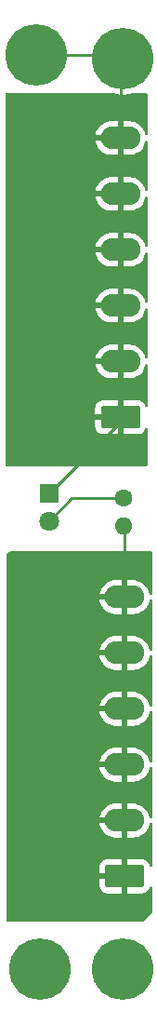
<source format=gbr>
%TF.GenerationSoftware,KiCad,Pcbnew,7.0.2*%
%TF.CreationDate,2025-05-12T08:16:42+01:00*%
%TF.ProjectId,PCB-POWER-DISTRO,5043422d-504f-4574-9552-2d4449535452,v0.0.2*%
%TF.SameCoordinates,Original*%
%TF.FileFunction,Copper,L1,Top*%
%TF.FilePolarity,Positive*%
%FSLAX46Y46*%
G04 Gerber Fmt 4.6, Leading zero omitted, Abs format (unit mm)*
G04 Created by KiCad (PCBNEW 7.0.2) date 2025-05-12 08:16:42*
%MOMM*%
%LPD*%
G01*
G04 APERTURE LIST*
G04 Aperture macros list*
%AMRoundRect*
0 Rectangle with rounded corners*
0 $1 Rounding radius*
0 $2 $3 $4 $5 $6 $7 $8 $9 X,Y pos of 4 corners*
0 Add a 4 corners polygon primitive as box body*
4,1,4,$2,$3,$4,$5,$6,$7,$8,$9,$2,$3,0*
0 Add four circle primitives for the rounded corners*
1,1,$1+$1,$2,$3*
1,1,$1+$1,$4,$5*
1,1,$1+$1,$6,$7*
1,1,$1+$1,$8,$9*
0 Add four rect primitives between the rounded corners*
20,1,$1+$1,$2,$3,$4,$5,0*
20,1,$1+$1,$4,$5,$6,$7,0*
20,1,$1+$1,$6,$7,$8,$9,0*
20,1,$1+$1,$8,$9,$2,$3,0*%
G04 Aperture macros list end*
%TA.AperFunction,ComponentPad*%
%ADD10C,1.600000*%
%TD*%
%TA.AperFunction,ComponentPad*%
%ADD11O,1.600000X1.600000*%
%TD*%
%TA.AperFunction,ComponentPad*%
%ADD12C,5.600000*%
%TD*%
%TA.AperFunction,ComponentPad*%
%ADD13R,1.800000X1.800000*%
%TD*%
%TA.AperFunction,ComponentPad*%
%ADD14C,1.800000*%
%TD*%
%TA.AperFunction,ComponentPad*%
%ADD15RoundRect,0.249999X1.550001X-0.790001X1.550001X0.790001X-1.550001X0.790001X-1.550001X-0.790001X0*%
%TD*%
%TA.AperFunction,ComponentPad*%
%ADD16O,3.600000X2.080000*%
%TD*%
%TA.AperFunction,Conductor*%
%ADD17C,0.250000*%
%TD*%
G04 APERTURE END LIST*
D10*
%TO.P,R11,1*%
%TO.N,Net-(5V1-A)*%
X94346000Y-77658000D03*
D11*
%TO.P,R11,2*%
%TO.N,+5V*%
X94346000Y-80198000D03*
%TD*%
D12*
%TO.P,H4,1,1*%
%TO.N,GND*%
X86752000Y-120440000D03*
%TD*%
%TO.P,H1,1,1*%
%TO.N,GND*%
X94305000Y-37629500D03*
%TD*%
%TO.P,H3,1,1*%
%TO.N,GND*%
X94305000Y-120440000D03*
%TD*%
%TO.P,H2,1,1*%
%TO.N,GND*%
X86452000Y-37329500D03*
%TD*%
D13*
%TO.P,5V1,1,K*%
%TO.N,GND*%
X87592000Y-77200000D03*
D14*
%TO.P,5V1,2,A*%
%TO.N,Net-(5V1-A)*%
X87592000Y-79740000D03*
%TD*%
D15*
%TO.P,J5,1,Pin_1*%
%TO.N,GND*%
X94090000Y-70277000D03*
D16*
%TO.P,J5,2,Pin_2*%
X94090000Y-65197000D03*
%TO.P,J5,3,Pin_3*%
X94090000Y-60117000D03*
%TO.P,J5,4,Pin_4*%
X94090000Y-55037000D03*
%TO.P,J5,5,Pin_5*%
X94090000Y-49957000D03*
%TO.P,J5,6,Pin_6*%
X94090000Y-44877000D03*
%TD*%
D15*
%TO.P,J4,1,Pin_1*%
%TO.N,+5V*%
X94475500Y-112024000D03*
D16*
%TO.P,J4,2,Pin_2*%
X94475500Y-106944000D03*
%TO.P,J4,3,Pin_3*%
X94475500Y-101864000D03*
%TO.P,J4,4,Pin_4*%
X94475500Y-96784000D03*
%TO.P,J4,5,Pin_5*%
X94475500Y-91704000D03*
%TO.P,J4,6,Pin_6*%
X94475500Y-86624000D03*
%TD*%
D17*
%TO.N,GND*%
X94090000Y-37844500D02*
X94305000Y-37629500D01*
X94090000Y-44877000D02*
X94090000Y-37844500D01*
X94005000Y-37329500D02*
X94305000Y-37629500D01*
X86452000Y-37329500D02*
X94005000Y-37329500D01*
X94090000Y-70702000D02*
X94090000Y-70277000D01*
X87592000Y-77200000D02*
X94090000Y-70702000D01*
%TO.N,Net-(5V1-A)*%
X94346000Y-77658000D02*
X89674000Y-77658000D01*
X89674000Y-77658000D02*
X87592000Y-79740000D01*
%TO.N,+5V*%
X94475500Y-80327500D02*
X94346000Y-80198000D01*
X94475500Y-86624000D02*
X94475500Y-80327500D01*
%TD*%
%TA.AperFunction,Conductor*%
%TO.N,+5V*%
G36*
X96939039Y-82479685D02*
G01*
X96984794Y-82532489D01*
X96996000Y-82584000D01*
X96996000Y-86296868D01*
X96976315Y-86363907D01*
X96923511Y-86409662D01*
X96854353Y-86419606D01*
X96790797Y-86390581D01*
X96753023Y-86331803D01*
X96750206Y-86318135D01*
X96680108Y-86076131D01*
X96573520Y-85851499D01*
X96432269Y-85646864D01*
X96260030Y-85467543D01*
X96061257Y-85318174D01*
X95841091Y-85202622D01*
X95605240Y-85123884D01*
X95359823Y-85084000D01*
X94725500Y-85084000D01*
X94725500Y-85970162D01*
X94644251Y-85939349D01*
X94517840Y-85924000D01*
X94433160Y-85924000D01*
X94306749Y-85939349D01*
X94225499Y-85970162D01*
X94225500Y-85084000D01*
X93655924Y-85084000D01*
X93650963Y-85084199D01*
X93467663Y-85098997D01*
X93226241Y-85158503D01*
X92997498Y-85255961D01*
X92787347Y-85388853D01*
X92601235Y-85553733D01*
X92443981Y-85746333D01*
X92319660Y-85961665D01*
X92231489Y-86194151D01*
X92194773Y-86374000D01*
X93816171Y-86374000D01*
X93775500Y-86539005D01*
X93775500Y-86708995D01*
X93816171Y-86874000D01*
X92194545Y-86874000D01*
X92201714Y-86933044D01*
X92270891Y-87171868D01*
X92377479Y-87396500D01*
X92518730Y-87601135D01*
X92690969Y-87780456D01*
X92889742Y-87929825D01*
X93109908Y-88045377D01*
X93345759Y-88124115D01*
X93591177Y-88164000D01*
X94225500Y-88164000D01*
X94225499Y-87277837D01*
X94306749Y-87308651D01*
X94433160Y-87324000D01*
X94517840Y-87324000D01*
X94644251Y-87308651D01*
X94725500Y-87277837D01*
X94725500Y-88164000D01*
X95295076Y-88164000D01*
X95300036Y-88163800D01*
X95483336Y-88149002D01*
X95724758Y-88089496D01*
X95953501Y-87992038D01*
X96163652Y-87859146D01*
X96349764Y-87694266D01*
X96507018Y-87501666D01*
X96631339Y-87286334D01*
X96719510Y-87053848D01*
X96750506Y-86902019D01*
X96783202Y-86840272D01*
X96844091Y-86806004D01*
X96913841Y-86810094D01*
X96970306Y-86851245D01*
X96995561Y-86916391D01*
X96996000Y-86926822D01*
X96996000Y-91376868D01*
X96976315Y-91443907D01*
X96923511Y-91489662D01*
X96854353Y-91499606D01*
X96790797Y-91470581D01*
X96753023Y-91411803D01*
X96750206Y-91398135D01*
X96680108Y-91156131D01*
X96573520Y-90931499D01*
X96432269Y-90726864D01*
X96260030Y-90547543D01*
X96061257Y-90398174D01*
X95841091Y-90282622D01*
X95605240Y-90203884D01*
X95359823Y-90164000D01*
X94725500Y-90164000D01*
X94725500Y-91050162D01*
X94644251Y-91019349D01*
X94517840Y-91004000D01*
X94433160Y-91004000D01*
X94306749Y-91019349D01*
X94225499Y-91050162D01*
X94225500Y-90164000D01*
X93655924Y-90164000D01*
X93650963Y-90164199D01*
X93467663Y-90178997D01*
X93226241Y-90238503D01*
X92997498Y-90335961D01*
X92787347Y-90468853D01*
X92601235Y-90633733D01*
X92443981Y-90826333D01*
X92319660Y-91041665D01*
X92231489Y-91274151D01*
X92194773Y-91454000D01*
X93816171Y-91454000D01*
X93775500Y-91619005D01*
X93775500Y-91788995D01*
X93816171Y-91954000D01*
X92194545Y-91954000D01*
X92201714Y-92013044D01*
X92270891Y-92251868D01*
X92377479Y-92476500D01*
X92518730Y-92681135D01*
X92690969Y-92860456D01*
X92889742Y-93009825D01*
X93109908Y-93125377D01*
X93345759Y-93204115D01*
X93591177Y-93244000D01*
X94225500Y-93244000D01*
X94225499Y-92357837D01*
X94306749Y-92388651D01*
X94433160Y-92404000D01*
X94517840Y-92404000D01*
X94644251Y-92388651D01*
X94725500Y-92357837D01*
X94725500Y-93244000D01*
X95295076Y-93244000D01*
X95300036Y-93243800D01*
X95483336Y-93229002D01*
X95724758Y-93169496D01*
X95953501Y-93072038D01*
X96163652Y-92939146D01*
X96349764Y-92774266D01*
X96507018Y-92581666D01*
X96631339Y-92366334D01*
X96719510Y-92133848D01*
X96750506Y-91982019D01*
X96783202Y-91920272D01*
X96844091Y-91886004D01*
X96913841Y-91890094D01*
X96970306Y-91931245D01*
X96995561Y-91996391D01*
X96996000Y-92006822D01*
X96996000Y-96456868D01*
X96976315Y-96523907D01*
X96923511Y-96569662D01*
X96854353Y-96579606D01*
X96790797Y-96550581D01*
X96753023Y-96491803D01*
X96750206Y-96478135D01*
X96680108Y-96236131D01*
X96573520Y-96011499D01*
X96432269Y-95806864D01*
X96260030Y-95627543D01*
X96061257Y-95478174D01*
X95841091Y-95362622D01*
X95605240Y-95283884D01*
X95359823Y-95244000D01*
X94725500Y-95244000D01*
X94725500Y-96130162D01*
X94644251Y-96099349D01*
X94517840Y-96084000D01*
X94433160Y-96084000D01*
X94306749Y-96099349D01*
X94225499Y-96130162D01*
X94225500Y-95244000D01*
X93655924Y-95244000D01*
X93650963Y-95244199D01*
X93467663Y-95258997D01*
X93226241Y-95318503D01*
X92997498Y-95415961D01*
X92787347Y-95548853D01*
X92601235Y-95713733D01*
X92443981Y-95906333D01*
X92319660Y-96121665D01*
X92231489Y-96354151D01*
X92194773Y-96534000D01*
X93816171Y-96534000D01*
X93775500Y-96699005D01*
X93775500Y-96868995D01*
X93816171Y-97034000D01*
X92194545Y-97034000D01*
X92201714Y-97093044D01*
X92270891Y-97331868D01*
X92377479Y-97556500D01*
X92518730Y-97761135D01*
X92690969Y-97940456D01*
X92889742Y-98089825D01*
X93109908Y-98205377D01*
X93345759Y-98284115D01*
X93591177Y-98324000D01*
X94225500Y-98324000D01*
X94225499Y-97437837D01*
X94306749Y-97468651D01*
X94433160Y-97484000D01*
X94517840Y-97484000D01*
X94644251Y-97468651D01*
X94725500Y-97437837D01*
X94725500Y-98324000D01*
X95295076Y-98324000D01*
X95300036Y-98323800D01*
X95483336Y-98309002D01*
X95724758Y-98249496D01*
X95953501Y-98152038D01*
X96163652Y-98019146D01*
X96349764Y-97854266D01*
X96507018Y-97661666D01*
X96631339Y-97446334D01*
X96719510Y-97213848D01*
X96750506Y-97062019D01*
X96783202Y-97000272D01*
X96844091Y-96966004D01*
X96913841Y-96970094D01*
X96970306Y-97011245D01*
X96995561Y-97076391D01*
X96996000Y-97086822D01*
X96996000Y-101536868D01*
X96976315Y-101603907D01*
X96923511Y-101649662D01*
X96854353Y-101659606D01*
X96790797Y-101630581D01*
X96753023Y-101571803D01*
X96750206Y-101558135D01*
X96680108Y-101316131D01*
X96573520Y-101091499D01*
X96432269Y-100886864D01*
X96260030Y-100707543D01*
X96061257Y-100558174D01*
X95841091Y-100442622D01*
X95605240Y-100363884D01*
X95359823Y-100324000D01*
X94725500Y-100324000D01*
X94725500Y-101210162D01*
X94644251Y-101179349D01*
X94517840Y-101164000D01*
X94433160Y-101164000D01*
X94306749Y-101179349D01*
X94225499Y-101210162D01*
X94225500Y-100324000D01*
X93655924Y-100324000D01*
X93650963Y-100324199D01*
X93467663Y-100338997D01*
X93226241Y-100398503D01*
X92997498Y-100495961D01*
X92787347Y-100628853D01*
X92601235Y-100793733D01*
X92443981Y-100986333D01*
X92319660Y-101201665D01*
X92231489Y-101434151D01*
X92194773Y-101614000D01*
X93816171Y-101614000D01*
X93775500Y-101779005D01*
X93775500Y-101948995D01*
X93816171Y-102114000D01*
X92194545Y-102114000D01*
X92201714Y-102173044D01*
X92270891Y-102411868D01*
X92377479Y-102636500D01*
X92518730Y-102841135D01*
X92690969Y-103020456D01*
X92889742Y-103169825D01*
X93109908Y-103285377D01*
X93345759Y-103364115D01*
X93591177Y-103404000D01*
X94225500Y-103404000D01*
X94225499Y-102517837D01*
X94306749Y-102548651D01*
X94433160Y-102564000D01*
X94517840Y-102564000D01*
X94644251Y-102548651D01*
X94725500Y-102517837D01*
X94725500Y-103404000D01*
X95295076Y-103404000D01*
X95300036Y-103403800D01*
X95483336Y-103389002D01*
X95724758Y-103329496D01*
X95953501Y-103232038D01*
X96163652Y-103099146D01*
X96349764Y-102934266D01*
X96507018Y-102741666D01*
X96631339Y-102526334D01*
X96719510Y-102293848D01*
X96750506Y-102142019D01*
X96783202Y-102080272D01*
X96844091Y-102046004D01*
X96913841Y-102050094D01*
X96970306Y-102091245D01*
X96995561Y-102156391D01*
X96996000Y-102166822D01*
X96996000Y-106616868D01*
X96976315Y-106683907D01*
X96923511Y-106729662D01*
X96854353Y-106739606D01*
X96790797Y-106710581D01*
X96753023Y-106651803D01*
X96750206Y-106638135D01*
X96680108Y-106396131D01*
X96573520Y-106171499D01*
X96432269Y-105966864D01*
X96260030Y-105787543D01*
X96061257Y-105638174D01*
X95841091Y-105522622D01*
X95605240Y-105443884D01*
X95359823Y-105404000D01*
X94725500Y-105404000D01*
X94725500Y-106290162D01*
X94644251Y-106259349D01*
X94517840Y-106244000D01*
X94433160Y-106244000D01*
X94306749Y-106259349D01*
X94225499Y-106290162D01*
X94225500Y-105404000D01*
X93655924Y-105404000D01*
X93650963Y-105404199D01*
X93467663Y-105418997D01*
X93226241Y-105478503D01*
X92997498Y-105575961D01*
X92787347Y-105708853D01*
X92601235Y-105873733D01*
X92443981Y-106066333D01*
X92319660Y-106281665D01*
X92231489Y-106514151D01*
X92194773Y-106694000D01*
X93816171Y-106694000D01*
X93775500Y-106859005D01*
X93775500Y-107028995D01*
X93816171Y-107194000D01*
X92194545Y-107194000D01*
X92201714Y-107253044D01*
X92270891Y-107491868D01*
X92377479Y-107716500D01*
X92518730Y-107921135D01*
X92690969Y-108100456D01*
X92889742Y-108249825D01*
X93109908Y-108365377D01*
X93345759Y-108444115D01*
X93591177Y-108484000D01*
X94225500Y-108484000D01*
X94225499Y-107597837D01*
X94306749Y-107628651D01*
X94433160Y-107644000D01*
X94517840Y-107644000D01*
X94644251Y-107628651D01*
X94725500Y-107597837D01*
X94725500Y-108484000D01*
X95295076Y-108484000D01*
X95300036Y-108483800D01*
X95483336Y-108469002D01*
X95724758Y-108409496D01*
X95953501Y-108312038D01*
X96163652Y-108179146D01*
X96349764Y-108014266D01*
X96507018Y-107821666D01*
X96631339Y-107606334D01*
X96719510Y-107373848D01*
X96750506Y-107222019D01*
X96783202Y-107160272D01*
X96844091Y-107126004D01*
X96913841Y-107130094D01*
X96970306Y-107171245D01*
X96995561Y-107236391D01*
X96996000Y-107246822D01*
X96996000Y-111009972D01*
X96976315Y-111077011D01*
X96923511Y-111122766D01*
X96854353Y-111132710D01*
X96790797Y-111103685D01*
X96754294Y-111048976D01*
X96709859Y-110914879D01*
X96617815Y-110765653D01*
X96493846Y-110641684D01*
X96344620Y-110549640D01*
X96178195Y-110494493D01*
X96078609Y-110484319D01*
X96072332Y-110484000D01*
X94725500Y-110484000D01*
X94725500Y-111370162D01*
X94644251Y-111339349D01*
X94517840Y-111324000D01*
X94433160Y-111324000D01*
X94306749Y-111339349D01*
X94225499Y-111370162D01*
X94225500Y-110484000D01*
X92878670Y-110484000D01*
X92872388Y-110484321D01*
X92772804Y-110494493D01*
X92606379Y-110549640D01*
X92457153Y-110641684D01*
X92333184Y-110765653D01*
X92241140Y-110914879D01*
X92185993Y-111081304D01*
X92175819Y-111180890D01*
X92175500Y-111187168D01*
X92175500Y-111774000D01*
X93816171Y-111774000D01*
X93775500Y-111939005D01*
X93775500Y-112108995D01*
X93816171Y-112274000D01*
X92175501Y-112274000D01*
X92175501Y-112860829D01*
X92175821Y-112867111D01*
X92185993Y-112966695D01*
X92241140Y-113133120D01*
X92333184Y-113282346D01*
X92457153Y-113406315D01*
X92606379Y-113498359D01*
X92772804Y-113553506D01*
X92872390Y-113563680D01*
X92878668Y-113563999D01*
X94225499Y-113563999D01*
X94225500Y-113563998D01*
X94225499Y-112677837D01*
X94306749Y-112708651D01*
X94433160Y-112724000D01*
X94517840Y-112724000D01*
X94644251Y-112708651D01*
X94725500Y-112677837D01*
X94725500Y-113563999D01*
X96072329Y-113563999D01*
X96078611Y-113563678D01*
X96178195Y-113553506D01*
X96344620Y-113498359D01*
X96493846Y-113406315D01*
X96617815Y-113282346D01*
X96709859Y-113133119D01*
X96754294Y-112999024D01*
X96794066Y-112941578D01*
X96858582Y-112914755D01*
X96927358Y-112927070D01*
X96978558Y-112974612D01*
X96996000Y-113038027D01*
X96996000Y-115330637D01*
X96976315Y-115397676D01*
X96959681Y-115418318D01*
X96265319Y-116112681D01*
X96203996Y-116146166D01*
X96177638Y-116149000D01*
X83832000Y-116149000D01*
X83764961Y-116129315D01*
X83719206Y-116076511D01*
X83708000Y-116025000D01*
X83708000Y-82795362D01*
X83727685Y-82728323D01*
X83744319Y-82707681D01*
X83955681Y-82496319D01*
X84017004Y-82462834D01*
X84043362Y-82460000D01*
X96872000Y-82460000D01*
X96939039Y-82479685D01*
G37*
%TD.AperFunction*%
%TD*%
%TA.AperFunction,Conductor*%
%TO.N,GND*%
G36*
X93401882Y-40807491D02*
G01*
X93417675Y-40812812D01*
X93424135Y-40814606D01*
X93767053Y-40890088D01*
X93773677Y-40891174D01*
X94122740Y-40929136D01*
X94129437Y-40929500D01*
X94480563Y-40929500D01*
X94487259Y-40929136D01*
X94836322Y-40891174D01*
X94842946Y-40890088D01*
X95185864Y-40814606D01*
X95192324Y-40812812D01*
X95208118Y-40807491D01*
X95247711Y-40801000D01*
X96470000Y-40801000D01*
X96537039Y-40820685D01*
X96582794Y-40873489D01*
X96594000Y-40925000D01*
X96594000Y-44488957D01*
X96574315Y-44555996D01*
X96521511Y-44601751D01*
X96452353Y-44611695D01*
X96388797Y-44582670D01*
X96351023Y-44523892D01*
X96350896Y-44523456D01*
X96294608Y-44329131D01*
X96188020Y-44104499D01*
X96046769Y-43899864D01*
X95874530Y-43720543D01*
X95675757Y-43571174D01*
X95455591Y-43455622D01*
X95219740Y-43376884D01*
X94974323Y-43337000D01*
X94340000Y-43337000D01*
X94340000Y-44223162D01*
X94258751Y-44192349D01*
X94132340Y-44177000D01*
X94047660Y-44177000D01*
X93921249Y-44192349D01*
X93840000Y-44223162D01*
X93840000Y-43337000D01*
X93270424Y-43337000D01*
X93265463Y-43337199D01*
X93082163Y-43351997D01*
X92840741Y-43411503D01*
X92611998Y-43508961D01*
X92401847Y-43641853D01*
X92215735Y-43806733D01*
X92058481Y-43999333D01*
X91934160Y-44214665D01*
X91845989Y-44447151D01*
X91809273Y-44627000D01*
X93430671Y-44627000D01*
X93390000Y-44792005D01*
X93390000Y-44961995D01*
X93430671Y-45127000D01*
X91809045Y-45127000D01*
X91816214Y-45186044D01*
X91885391Y-45424868D01*
X91991979Y-45649500D01*
X92133230Y-45854135D01*
X92305469Y-46033456D01*
X92504242Y-46182825D01*
X92724408Y-46298377D01*
X92960259Y-46377115D01*
X93205677Y-46417000D01*
X93840000Y-46417000D01*
X93840000Y-45530837D01*
X93921249Y-45561651D01*
X94047660Y-45577000D01*
X94132340Y-45577000D01*
X94258751Y-45561651D01*
X94340000Y-45530837D01*
X94340000Y-46417000D01*
X94909576Y-46417000D01*
X94914536Y-46416800D01*
X95097836Y-46402002D01*
X95339258Y-46342496D01*
X95568001Y-46245038D01*
X95778152Y-46112146D01*
X95964264Y-45947266D01*
X96121518Y-45754666D01*
X96245839Y-45539334D01*
X96334010Y-45306848D01*
X96348506Y-45235843D01*
X96381202Y-45174096D01*
X96442091Y-45139828D01*
X96511841Y-45143918D01*
X96568306Y-45185069D01*
X96593561Y-45250215D01*
X96594000Y-45260646D01*
X96594000Y-49568957D01*
X96574315Y-49635996D01*
X96521511Y-49681751D01*
X96452353Y-49691695D01*
X96388797Y-49662670D01*
X96351023Y-49603892D01*
X96350896Y-49603456D01*
X96294608Y-49409131D01*
X96188020Y-49184499D01*
X96046769Y-48979864D01*
X95874530Y-48800543D01*
X95675757Y-48651174D01*
X95455591Y-48535622D01*
X95219740Y-48456884D01*
X94974323Y-48417000D01*
X94340000Y-48417000D01*
X94340000Y-49303162D01*
X94258751Y-49272349D01*
X94132340Y-49257000D01*
X94047660Y-49257000D01*
X93921249Y-49272349D01*
X93840000Y-49303162D01*
X93840000Y-48417000D01*
X93270424Y-48417000D01*
X93265463Y-48417199D01*
X93082163Y-48431997D01*
X92840741Y-48491503D01*
X92611998Y-48588961D01*
X92401847Y-48721853D01*
X92215735Y-48886733D01*
X92058481Y-49079333D01*
X91934160Y-49294665D01*
X91845989Y-49527151D01*
X91809273Y-49707000D01*
X93430671Y-49707000D01*
X93390000Y-49872005D01*
X93390000Y-50041995D01*
X93430671Y-50207000D01*
X91809045Y-50207000D01*
X91816214Y-50266044D01*
X91885391Y-50504868D01*
X91991979Y-50729500D01*
X92133230Y-50934135D01*
X92305469Y-51113456D01*
X92504242Y-51262825D01*
X92724408Y-51378377D01*
X92960259Y-51457115D01*
X93205677Y-51497000D01*
X93840000Y-51497000D01*
X93840000Y-50610837D01*
X93921249Y-50641651D01*
X94047660Y-50657000D01*
X94132340Y-50657000D01*
X94258751Y-50641651D01*
X94340000Y-50610837D01*
X94340000Y-51497000D01*
X94909576Y-51497000D01*
X94914536Y-51496800D01*
X95097836Y-51482002D01*
X95339258Y-51422496D01*
X95568001Y-51325038D01*
X95778152Y-51192146D01*
X95964264Y-51027266D01*
X96121518Y-50834666D01*
X96245839Y-50619334D01*
X96334010Y-50386848D01*
X96348506Y-50315843D01*
X96381202Y-50254096D01*
X96442091Y-50219828D01*
X96511841Y-50223918D01*
X96568306Y-50265069D01*
X96593561Y-50330215D01*
X96594000Y-50340646D01*
X96594000Y-54648957D01*
X96574315Y-54715996D01*
X96521511Y-54761751D01*
X96452353Y-54771695D01*
X96388797Y-54742670D01*
X96351023Y-54683892D01*
X96350896Y-54683456D01*
X96294608Y-54489131D01*
X96188020Y-54264499D01*
X96046769Y-54059864D01*
X95874530Y-53880543D01*
X95675757Y-53731174D01*
X95455591Y-53615622D01*
X95219740Y-53536884D01*
X94974323Y-53497000D01*
X94340000Y-53497000D01*
X94340000Y-54383162D01*
X94258751Y-54352349D01*
X94132340Y-54337000D01*
X94047660Y-54337000D01*
X93921249Y-54352349D01*
X93840000Y-54383162D01*
X93840000Y-53497000D01*
X93270424Y-53497000D01*
X93265463Y-53497199D01*
X93082163Y-53511997D01*
X92840741Y-53571503D01*
X92611998Y-53668961D01*
X92401847Y-53801853D01*
X92215735Y-53966733D01*
X92058481Y-54159333D01*
X91934160Y-54374665D01*
X91845989Y-54607151D01*
X91809273Y-54787000D01*
X93430671Y-54787000D01*
X93390000Y-54952005D01*
X93390000Y-55121995D01*
X93430671Y-55287000D01*
X91809045Y-55287000D01*
X91816214Y-55346044D01*
X91885391Y-55584868D01*
X91991979Y-55809500D01*
X92133230Y-56014135D01*
X92305469Y-56193456D01*
X92504242Y-56342825D01*
X92724408Y-56458377D01*
X92960259Y-56537115D01*
X93205677Y-56577000D01*
X93840000Y-56577000D01*
X93840000Y-55690837D01*
X93921249Y-55721651D01*
X94047660Y-55737000D01*
X94132340Y-55737000D01*
X94258751Y-55721651D01*
X94340000Y-55690837D01*
X94340000Y-56577000D01*
X94909576Y-56577000D01*
X94914536Y-56576800D01*
X95097836Y-56562002D01*
X95339258Y-56502496D01*
X95568001Y-56405038D01*
X95778152Y-56272146D01*
X95964264Y-56107266D01*
X96121518Y-55914666D01*
X96245839Y-55699334D01*
X96334010Y-55466848D01*
X96348506Y-55395843D01*
X96381202Y-55334096D01*
X96442091Y-55299828D01*
X96511841Y-55303918D01*
X96568306Y-55345069D01*
X96593561Y-55410215D01*
X96594000Y-55420646D01*
X96594000Y-59728957D01*
X96574315Y-59795996D01*
X96521511Y-59841751D01*
X96452353Y-59851695D01*
X96388797Y-59822670D01*
X96351023Y-59763892D01*
X96350896Y-59763456D01*
X96294608Y-59569131D01*
X96188020Y-59344499D01*
X96046769Y-59139864D01*
X95874530Y-58960543D01*
X95675757Y-58811174D01*
X95455591Y-58695622D01*
X95219740Y-58616884D01*
X94974323Y-58577000D01*
X94340000Y-58577000D01*
X94340000Y-59463162D01*
X94258751Y-59432349D01*
X94132340Y-59417000D01*
X94047660Y-59417000D01*
X93921249Y-59432349D01*
X93840000Y-59463162D01*
X93840000Y-58577000D01*
X93270424Y-58577000D01*
X93265463Y-58577199D01*
X93082163Y-58591997D01*
X92840741Y-58651503D01*
X92611998Y-58748961D01*
X92401847Y-58881853D01*
X92215735Y-59046733D01*
X92058481Y-59239333D01*
X91934160Y-59454665D01*
X91845989Y-59687151D01*
X91809273Y-59867000D01*
X93430671Y-59867000D01*
X93390000Y-60032005D01*
X93390000Y-60201995D01*
X93430671Y-60367000D01*
X91809045Y-60367000D01*
X91816214Y-60426044D01*
X91885391Y-60664868D01*
X91991979Y-60889500D01*
X92133230Y-61094135D01*
X92305469Y-61273456D01*
X92504242Y-61422825D01*
X92724408Y-61538377D01*
X92960259Y-61617115D01*
X93205677Y-61657000D01*
X93840000Y-61657000D01*
X93840000Y-60770837D01*
X93921249Y-60801651D01*
X94047660Y-60817000D01*
X94132340Y-60817000D01*
X94258751Y-60801651D01*
X94340000Y-60770837D01*
X94340000Y-61657000D01*
X94909576Y-61657000D01*
X94914536Y-61656800D01*
X95097836Y-61642002D01*
X95339258Y-61582496D01*
X95568001Y-61485038D01*
X95778152Y-61352146D01*
X95964264Y-61187266D01*
X96121518Y-60994666D01*
X96245839Y-60779334D01*
X96334010Y-60546848D01*
X96348506Y-60475843D01*
X96381202Y-60414096D01*
X96442091Y-60379828D01*
X96511841Y-60383918D01*
X96568306Y-60425069D01*
X96593561Y-60490215D01*
X96594000Y-60500646D01*
X96594000Y-64808957D01*
X96574315Y-64875996D01*
X96521511Y-64921751D01*
X96452353Y-64931695D01*
X96388797Y-64902670D01*
X96351023Y-64843892D01*
X96350896Y-64843456D01*
X96294608Y-64649131D01*
X96188020Y-64424499D01*
X96046769Y-64219864D01*
X95874530Y-64040543D01*
X95675757Y-63891174D01*
X95455591Y-63775622D01*
X95219740Y-63696884D01*
X94974323Y-63657000D01*
X94340000Y-63657000D01*
X94340000Y-64543162D01*
X94258751Y-64512349D01*
X94132340Y-64497000D01*
X94047660Y-64497000D01*
X93921249Y-64512349D01*
X93840000Y-64543162D01*
X93840000Y-63657000D01*
X93270424Y-63657000D01*
X93265463Y-63657199D01*
X93082163Y-63671997D01*
X92840741Y-63731503D01*
X92611998Y-63828961D01*
X92401847Y-63961853D01*
X92215735Y-64126733D01*
X92058481Y-64319333D01*
X91934160Y-64534665D01*
X91845989Y-64767151D01*
X91809273Y-64947000D01*
X93430671Y-64947000D01*
X93390000Y-65112005D01*
X93390000Y-65281995D01*
X93430671Y-65447000D01*
X91809045Y-65447000D01*
X91816214Y-65506044D01*
X91885391Y-65744868D01*
X91991979Y-65969500D01*
X92133230Y-66174135D01*
X92305469Y-66353456D01*
X92504242Y-66502825D01*
X92724408Y-66618377D01*
X92960259Y-66697115D01*
X93205677Y-66737000D01*
X93840000Y-66737000D01*
X93840000Y-65850837D01*
X93921249Y-65881651D01*
X94047660Y-65897000D01*
X94132340Y-65897000D01*
X94258751Y-65881651D01*
X94340000Y-65850837D01*
X94340000Y-66737000D01*
X94909576Y-66737000D01*
X94914536Y-66736800D01*
X95097836Y-66722002D01*
X95339258Y-66662496D01*
X95568001Y-66565038D01*
X95778152Y-66432146D01*
X95964264Y-66267266D01*
X96121518Y-66074666D01*
X96245839Y-65859334D01*
X96334010Y-65626848D01*
X96348506Y-65555843D01*
X96381202Y-65494096D01*
X96442091Y-65459828D01*
X96511841Y-65463918D01*
X96568306Y-65505069D01*
X96593561Y-65570215D01*
X96594000Y-65580646D01*
X96594000Y-69213178D01*
X96574315Y-69280217D01*
X96521511Y-69325972D01*
X96452353Y-69335916D01*
X96388797Y-69306891D01*
X96352294Y-69252182D01*
X96324359Y-69167879D01*
X96232315Y-69018653D01*
X96108346Y-68894684D01*
X95959120Y-68802640D01*
X95792695Y-68747493D01*
X95693109Y-68737319D01*
X95686832Y-68737000D01*
X94340000Y-68737000D01*
X94340000Y-69623162D01*
X94258751Y-69592349D01*
X94132340Y-69577000D01*
X94047660Y-69577000D01*
X93921249Y-69592349D01*
X93840000Y-69623162D01*
X93840000Y-68737000D01*
X92493170Y-68737000D01*
X92486888Y-68737321D01*
X92387304Y-68747493D01*
X92220879Y-68802640D01*
X92071653Y-68894684D01*
X91947684Y-69018653D01*
X91855640Y-69167879D01*
X91800493Y-69334304D01*
X91790319Y-69433890D01*
X91790000Y-69440168D01*
X91790000Y-70027000D01*
X93430671Y-70027000D01*
X93390000Y-70192005D01*
X93390000Y-70361995D01*
X93430671Y-70527000D01*
X91790001Y-70527000D01*
X91790001Y-71113829D01*
X91790321Y-71120111D01*
X91800493Y-71219695D01*
X91855640Y-71386120D01*
X91947684Y-71535346D01*
X92071653Y-71659315D01*
X92220879Y-71751359D01*
X92387304Y-71806506D01*
X92486890Y-71816680D01*
X92493168Y-71816999D01*
X93839999Y-71816999D01*
X93840000Y-71816998D01*
X93840000Y-70930837D01*
X93921249Y-70961651D01*
X94047660Y-70977000D01*
X94132340Y-70977000D01*
X94258751Y-70961651D01*
X94340000Y-70930837D01*
X94340000Y-71816999D01*
X95686829Y-71816999D01*
X95693111Y-71816678D01*
X95792695Y-71806506D01*
X95959120Y-71751359D01*
X96108346Y-71659315D01*
X96232315Y-71535346D01*
X96324359Y-71386119D01*
X96352294Y-71301818D01*
X96392066Y-71244373D01*
X96456582Y-71217549D01*
X96525358Y-71229864D01*
X96576558Y-71277406D01*
X96594000Y-71340821D01*
X96594000Y-74578000D01*
X96574315Y-74645039D01*
X96521511Y-74690794D01*
X96470000Y-74702000D01*
X83710000Y-74702000D01*
X83642961Y-74682315D01*
X83597206Y-74629511D01*
X83586000Y-74578000D01*
X83586000Y-40925000D01*
X83605685Y-40857961D01*
X83658489Y-40812206D01*
X83710000Y-40801000D01*
X93362289Y-40801000D01*
X93401882Y-40807491D01*
G37*
%TD.AperFunction*%
%TD*%
M02*

</source>
